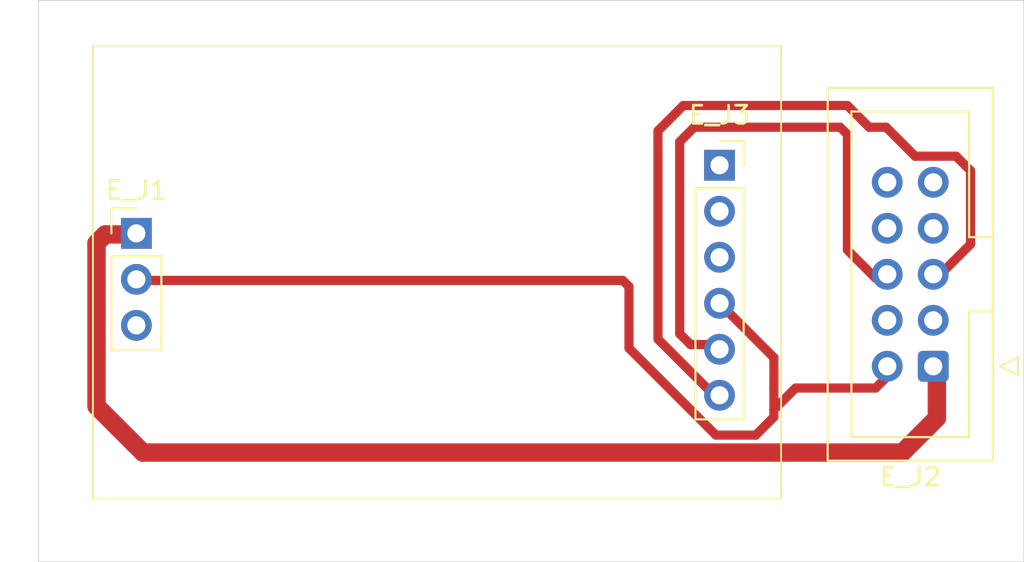
<source format=kicad_pcb>
(kicad_pcb (version 20241229) (generator "pcbnew") (generator_version "9.0")
  (layers (0 "F.Cu" signal) (2 "B.Cu" signal) (13 "F.Paste" user) (15 "B.Paste" user) (5 "F.SilkS" user "F.Silkscreen") (7 "B.SilkS" user "B.Silkscreen") (1 "F.Mask" user) (3 "B.Mask" user) (25 "Edge.Cuts" user))
  (net 0 "")
  (net 1 "GND")
  (net 2 "+5V")
  (net 7 "Net-(E_J2-Pin_5)")
  (net 8 "Net-(E_J2-Pin_6)")
  (footprint "Connector_PinHeader_2.54mm:PinHeader_1x03_P2.54mm_Vertical" (layer "F.Cu") (at 126.8 83.26)
    (property "Reference" "E_J1" (at 0 -2.38 0) (layer "F.SilkS"))
    (property "Value" "Conn_01x03_Socket")
    (fp_line (start -1.38 -1.38) (end 0 -1.38) (stroke (width 0.12)) (layer "F.SilkS"))
    (fp_line (start -1.38 0) (end -1.38 -1.38) (stroke (width 0.12)) (layer "F.SilkS"))
    (fp_line (start -1.38 1.27) (end -1.38 6.46) (stroke (width 0.12)) (layer "F.SilkS"))
    (fp_line (start -1.38 1.27) (end 1.38 1.27) (stroke (width 0.12)) (layer "F.SilkS"))
    (fp_line (start -1.38 6.46) (end 1.38 6.46) (stroke (width 0.12)) (layer "F.SilkS"))
    (fp_line (start 1.38 1.27) (end 1.38 6.46) (stroke (width 0.12)) (layer "F.SilkS"))
    (pad "1" thru_hole rect (at 0 0) (size 1.7 1.7) (drill 1) (layers "*.Cu" "*.Mask") (net 2 "+5V"))
    (pad "2" thru_hole circle (at 0 2.54) (size 1.7 1.7) (drill 1) (layers "*.Cu" "*.Mask") (net 1 "GND"))
    (pad "3" thru_hole circle (at 0 5.08) (size 1.7 1.7) (drill 1) (layers "*.Cu" "*.Mask"))
  )
  (footprint "Connector_PinSocket_2.54mm:PinSocket_1x06_P2.54mm_Vertical" (layer "F.Cu") (at 159 79.5)
    (property "Reference" "E_J3" (at 0 -2.77 0) (layer "F.SilkS"))
    (property "Value" "Conn_01x06_Socket")
    (fp_line (start -1.33 1.27) (end -1.33 14.03) (stroke (width 0.12)) (layer "F.SilkS"))
    (fp_line (start -1.33 1.27) (end 1.33 1.27) (stroke (width 0.12)) (layer "F.SilkS"))
    (fp_line (start -1.33 14.03) (end 1.33 14.03) (stroke (width 0.12)) (layer "F.SilkS"))
    (fp_line (start 0 -1.33) (end 1.33 -1.33) (stroke (width 0.12)) (layer "F.SilkS"))
    (fp_line (start 1.33 -1.33) (end 1.33 0) (stroke (width 0.12)) (layer "F.SilkS"))
    (fp_line (start 1.33 1.27) (end 1.33 14.03) (stroke (width 0.12)) (layer "F.SilkS"))
    (pad "1" thru_hole rect (at 0 0) (size 1.7 1.7) (drill 1) (layers "*.Cu" "*.Mask"))
    (pad "2" thru_hole circle (at 0 2.54) (size 1.7 1.7) (drill 1) (layers "*.Cu" "*.Mask"))
    (pad "3" thru_hole circle (at 0 5.08) (size 1.7 1.7) (drill 1) (layers "*.Cu" "*.Mask"))
    (pad "4" thru_hole circle (at 0 7.62) (size 1.7 1.7) (drill 1) (layers "*.Cu" "*.Mask") (net 1 "GND"))
    (pad "5" thru_hole circle (at 0 10.16) (size 1.7 1.7) (drill 1) (layers "*.Cu" "*.Mask") (net 8 "Net-(E_J2-Pin_6)"))
    (pad "6" thru_hole circle (at 0 12.7) (size 1.7 1.7) (drill 1) (layers "*.Cu" "*.Mask") (net 7 "Net-(E_J2-Pin_5)"))
  )
  (footprint "Connector_IDC:IDC-Header_2x05_P2.54mm_Vertical" (layer "F.Cu") (at 170.8 90.6 180)
    (property "Reference" "E_J2" (at 1.27 -6.1 0) (layer "F.SilkS"))
    (property "Value" "Conn_02x05_Odd_Even")
    (fp_line (start 5.83 15.37) (end -3.29 15.37) (stroke (width 0.12)) (layer "F.SilkS"))
    (fp_line (start 5.83 -5.21) (end 5.83 15.37) (stroke (width 0.12)) (layer "F.SilkS"))
    (fp_line (start 4.52 14.07) (end -1.98 14.07) (stroke (width 0.12)) (layer "F.SilkS"))
    (fp_line (start 4.52 -3.91) (end 4.52 14.07) (stroke (width 0.12)) (layer "F.SilkS"))
    (fp_line (start -1.98 14.07) (end -1.98 7.13) (stroke (width 0.12)) (layer "F.SilkS"))
    (fp_line (start -1.98 7.13) (end -1.98 7.13) (stroke (width 0.12)) (layer "F.SilkS"))
    (fp_line (start -1.98 7.13) (end -3.29 7.13) (stroke (width 0.12)) (layer "F.SilkS"))
    (fp_line (start -1.98 3.03) (end -1.98 -3.91) (stroke (width 0.12)) (layer "F.SilkS"))
    (fp_line (start -1.98 -3.91) (end 4.52 -3.91) (stroke (width 0.12)) (layer "F.SilkS"))
    (fp_line (start -3.29 15.37) (end -3.29 -5.21) (stroke (width 0.12)) (layer "F.SilkS"))
    (fp_line (start -3.29 3.03) (end -1.98 3.03) (stroke (width 0.12)) (layer "F.SilkS"))
    (fp_line (start -3.29 -5.21) (end 5.83 -5.21) (stroke (width 0.12)) (layer "F.SilkS"))
    (fp_line (start -3.68 0) (end -4.68 -0.5) (stroke (width 0.12)) (layer "F.SilkS"))
    (fp_line (start -4.68 0.5) (end -3.68 0) (stroke (width 0.12)) (layer "F.SilkS"))
    (fp_line (start -4.68 -0.5) (end -4.68 0.5) (stroke (width 0.12)) (layer "F.SilkS"))
    (pad "1" thru_hole roundrect (at 0 0 180) (size 1.7 1.7) (drill 1) (layers "*.Cu" "*.Mask") (roundrect_rratio 0.147059) (net 2 "+5V"))
    (pad "2" thru_hole circle (at 2.54 0 180) (size 1.7 1.7) (drill 1) (layers "*.Cu" "*.Mask") (net 1 "GND"))
    (pad "3" thru_hole circle (at 0 2.54 180) (size 1.7 1.7) (drill 1) (layers "*.Cu" "*.Mask"))
    (pad "4" thru_hole circle (at 2.54 2.54 180) (size 1.7 1.7) (drill 1) (layers "*.Cu" "*.Mask"))
    (pad "5" thru_hole circle (at 0 5.08 180) (size 1.7 1.7) (drill 1) (layers "*.Cu" "*.Mask") (net 7 "Net-(E_J2-Pin_5)"))
    (pad "6" thru_hole circle (at 2.54 5.08 180) (size 1.7 1.7) (drill 1) (layers "*.Cu" "*.Mask") (net 8 "Net-(E_J2-Pin_6)"))
    (pad "7" thru_hole circle (at 0 7.62 180) (size 1.7 1.7) (drill 1) (layers "*.Cu" "*.Mask"))
    (pad "8" thru_hole circle (at 2.54 7.62 180) (size 1.7 1.7) (drill 1) (layers "*.Cu" "*.Mask"))
    (pad "9" thru_hole circle (at 0 10.16 180) (size 1.7 1.7) (drill 1) (layers "*.Cu" "*.Mask"))
    (pad "10" thru_hole circle (at 2.54 10.16 180) (size 1.7 1.7) (drill 1) (layers "*.Cu" "*.Mask"))
  )
  (gr_rect (start 124.4 72.9) (end 162.4 97.9) (stroke (width 0.1)) (fill no) (layer "F.SilkS"))
  (gr_rect (start 121.4 70.4) (end 175.8 101.4) (stroke (width 0.05)) (fill no) (layer "Edge.Cuts"))
  (segment (start 162 90.12) (end 159 87.12) (width 0.508) (layer "F.Cu") (net 1))
  (segment (start 163.2 91.8) (end 162 93) (width 0.508) (layer "F.Cu") (net 1))
  (segment (start 158.8 94.4) (end 154 89.6) (width 0.508) (layer "F.Cu") (net 1))
  (segment (start 162 91.8) (end 162 90.12) (width 0.508) (layer "F.Cu") (net 1))
  (segment (start 162 91.8) (end 162 93) (width 0.508) (layer "F.Cu") (net 1))
  (segment (start 154 86.2) (end 153.66 85.86) (width 0.508) (layer "F.Cu") (net 1))
  (segment (start 167.62 91.8) (end 163.2 91.8) (width 0.508) (layer "F.Cu") (net 1))
  (segment (start 127 85.86) (end 126.6 85.86) (width 0.508) (layer "F.Cu") (net 1))
  (segment (start 154 89.6) (end 154 86.2) (width 0.508) (layer "F.Cu") (net 1))
  (segment (start 162 93) (end 162 93.4) (width 0.508) (layer "F.Cu") (net 1))
  (segment (start 126.8 85.8) (end 126.94 85.8) (width 0.2) (layer "F.Cu") (net 1))
  (segment (start 153.66 85.86) (end 127 85.86) (width 0.508) (layer "F.Cu") (net 1))
  (segment (start 161 94.4) (end 158.8 94.4) (width 0.508) (layer "F.Cu") (net 1))
  (segment (start 168.66 90.76) (end 167.62 91.8) (width 0.508) (layer "F.Cu") (net 1))
  (segment (start 162 93.4) (end 161 94.4) (width 0.508) (layer "F.Cu") (net 1))
  (segment (start 126.94 85.8) (end 127 85.86) (width 0.2) (layer "F.Cu") (net 1))
  (segment (start 169.097 95.363) (end 171 93.46) (width 1.016) (layer "F.Cu") (net 2))
  (segment (start 124.6 83.8) (end 124.6 92.8) (width 1.016) (layer "F.Cu") (net 2))
  (segment (start 171 93.46) (end 171 90.8) (width 1.016) (layer "F.Cu") (net 2))
  (segment (start 126.6 83.32) (end 125.08 83.32) (width 1.016) (layer "F.Cu") (net 2))
  (segment (start 127.163 95.363) (end 169.097 95.363) (width 1.016) (layer "F.Cu") (net 2))
  (segment (start 124.6 92.8) (end 127.163 95.363) (width 1.016) (layer "F.Cu") (net 2))
  (segment (start 125.08 83.32) (end 124.6 83.8) (width 1.016) (layer "F.Cu") (net 2))
  (segment (start 166.06 76.2) (end 167.26 77.4) (width 0.508) (layer "F.Cu") (net 7))
  (segment (start 167.26 77.4) (end 168.2 77.4) (width 0.508) (layer "F.Cu") (net 7))
  (segment (start 155.6 77.6) (end 157 76.2) (width 0.508) (layer "F.Cu") (net 7))
  (segment (start 155.6 89.1) (end 155.6 77.6) (width 0.508) (layer "F.Cu") (net 7))
  (segment (start 158.8 92.3) (end 155.6 89.1) (width 0.508) (layer "F.Cu") (net 7))
  (segment (start 169.8 79) (end 172.06 79) (width 0.508) (layer "F.Cu") (net 7))
  (segment (start 168.2 77.4) (end 169.8 79) (width 0.508) (layer "F.Cu") (net 7))
  (segment (start 172.06 79) (end 172.86 79.8) (width 0.508) (layer "F.Cu") (net 7))
  (segment (start 157 76.2) (end 166.06 76.2) (width 0.508) (layer "F.Cu") (net 7))
  (segment (start 172.86 83.86) (end 171 85.72) (width 0.508) (layer "F.Cu") (net 7))
  (segment (start 172.86 79.8) (end 172.86 83.86) (width 0.508) (layer "F.Cu") (net 7))
  (segment (start 157.6 77.4) (end 165.66 77.4) (width 0.508) (layer "F.Cu") (net 8))
  (segment (start 156.8 78.2) (end 157.6 77.4) (width 0.508) (layer "F.Cu") (net 8))
  (segment (start 157.4 89.4) (end 156.8 88.8) (width 0.508) (layer "F.Cu") (net 8))
  (segment (start 165.66 77.4) (end 166.06 77.8) (width 0.508) (layer "F.Cu") (net 8))
  (segment (start 167.6 85.72) (end 168.46 85.72) (width 0.508) (layer "F.Cu") (net 8))
  (segment (start 158.8 89.8) (end 158.4 89.4) (width 0.508) (layer "F.Cu") (net 8))
  (segment (start 166.06 77.8) (end 166.06 84.18) (width 0.508) (layer "F.Cu") (net 8))
  (segment (start 166.06 84.18) (end 167.6 85.72) (width 0.508) (layer "F.Cu") (net 8))
  (segment (start 158.4 89.4) (end 157.4 89.4) (width 0.508) (layer "F.Cu") (net 8))
  (segment (start 156.8 88.8) (end 156.8 78.2) (width 0.508) (layer "F.Cu") (net 8))
)
</source>
